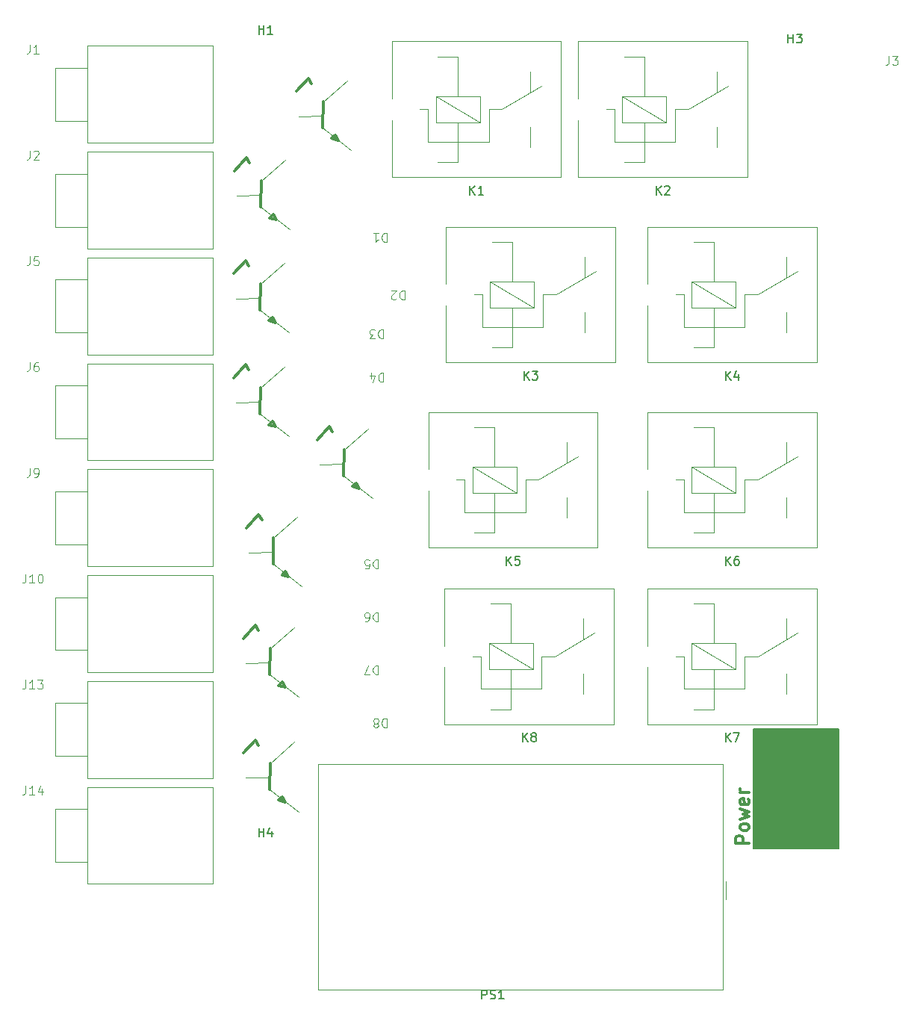
<source format=gbr>
%TF.GenerationSoftware,KiCad,Pcbnew,7.0.2-6a45011f42~172~ubuntu22.04.1*%
%TF.CreationDate,2023-05-18T11:35:50+02:00*%
%TF.ProjectId,midi_relais,6d696469-5f72-4656-9c61-69732e6b6963,rev?*%
%TF.SameCoordinates,Original*%
%TF.FileFunction,Legend,Top*%
%TF.FilePolarity,Positive*%
%FSLAX46Y46*%
G04 Gerber Fmt 4.6, Leading zero omitted, Abs format (unit mm)*
G04 Created by KiCad (PCBNEW 7.0.2-6a45011f42~172~ubuntu22.04.1) date 2023-05-18 11:35:50*
%MOMM*%
%LPD*%
G01*
G04 APERTURE LIST*
%ADD10C,0.300000*%
%ADD11C,0.200000*%
%ADD12C,0.100000*%
%ADD13C,0.150000*%
%ADD14C,0.120000*%
G04 APERTURE END LIST*
D10*
X99816428Y-124180965D02*
X98316428Y-124180965D01*
X98316428Y-124180965D02*
X98316428Y-123609536D01*
X98316428Y-123609536D02*
X98387857Y-123466679D01*
X98387857Y-123466679D02*
X98459285Y-123395250D01*
X98459285Y-123395250D02*
X98602142Y-123323822D01*
X98602142Y-123323822D02*
X98816428Y-123323822D01*
X98816428Y-123323822D02*
X98959285Y-123395250D01*
X98959285Y-123395250D02*
X99030714Y-123466679D01*
X99030714Y-123466679D02*
X99102142Y-123609536D01*
X99102142Y-123609536D02*
X99102142Y-124180965D01*
X99816428Y-122466679D02*
X99745000Y-122609536D01*
X99745000Y-122609536D02*
X99673571Y-122680965D01*
X99673571Y-122680965D02*
X99530714Y-122752393D01*
X99530714Y-122752393D02*
X99102142Y-122752393D01*
X99102142Y-122752393D02*
X98959285Y-122680965D01*
X98959285Y-122680965D02*
X98887857Y-122609536D01*
X98887857Y-122609536D02*
X98816428Y-122466679D01*
X98816428Y-122466679D02*
X98816428Y-122252393D01*
X98816428Y-122252393D02*
X98887857Y-122109536D01*
X98887857Y-122109536D02*
X98959285Y-122038108D01*
X98959285Y-122038108D02*
X99102142Y-121966679D01*
X99102142Y-121966679D02*
X99530714Y-121966679D01*
X99530714Y-121966679D02*
X99673571Y-122038108D01*
X99673571Y-122038108D02*
X99745000Y-122109536D01*
X99745000Y-122109536D02*
X99816428Y-122252393D01*
X99816428Y-122252393D02*
X99816428Y-122466679D01*
X98816428Y-121466679D02*
X99816428Y-121180965D01*
X99816428Y-121180965D02*
X99102142Y-120895250D01*
X99102142Y-120895250D02*
X99816428Y-120609536D01*
X99816428Y-120609536D02*
X98816428Y-120323822D01*
X99745000Y-119180964D02*
X99816428Y-119323821D01*
X99816428Y-119323821D02*
X99816428Y-119609536D01*
X99816428Y-119609536D02*
X99745000Y-119752393D01*
X99745000Y-119752393D02*
X99602142Y-119823821D01*
X99602142Y-119823821D02*
X99030714Y-119823821D01*
X99030714Y-119823821D02*
X98887857Y-119752393D01*
X98887857Y-119752393D02*
X98816428Y-119609536D01*
X98816428Y-119609536D02*
X98816428Y-119323821D01*
X98816428Y-119323821D02*
X98887857Y-119180964D01*
X98887857Y-119180964D02*
X99030714Y-119109536D01*
X99030714Y-119109536D02*
X99173571Y-119109536D01*
X99173571Y-119109536D02*
X99316428Y-119823821D01*
X99816428Y-118466679D02*
X98816428Y-118466679D01*
X99102142Y-118466679D02*
X98959285Y-118395250D01*
X98959285Y-118395250D02*
X98887857Y-118323822D01*
X98887857Y-118323822D02*
X98816428Y-118180964D01*
X98816428Y-118180964D02*
X98816428Y-118038107D01*
D11*
X100320142Y-111257459D02*
X110000000Y-111257459D01*
X110000000Y-124742541D01*
X100320142Y-124742541D01*
X100320142Y-111257459D01*
G36*
X100320142Y-111257459D02*
G01*
X110000000Y-111257459D01*
X110000000Y-124742541D01*
X100320142Y-124742541D01*
X100320142Y-111257459D01*
G37*
D12*
%TO.C,J13*%
X17800476Y-105682619D02*
X17800476Y-106396904D01*
X17800476Y-106396904D02*
X17752857Y-106539761D01*
X17752857Y-106539761D02*
X17657619Y-106635000D01*
X17657619Y-106635000D02*
X17514762Y-106682619D01*
X17514762Y-106682619D02*
X17419524Y-106682619D01*
X18800476Y-106682619D02*
X18229048Y-106682619D01*
X18514762Y-106682619D02*
X18514762Y-105682619D01*
X18514762Y-105682619D02*
X18419524Y-105825476D01*
X18419524Y-105825476D02*
X18324286Y-105920714D01*
X18324286Y-105920714D02*
X18229048Y-105968333D01*
X19133810Y-105682619D02*
X19752857Y-105682619D01*
X19752857Y-105682619D02*
X19419524Y-106063571D01*
X19419524Y-106063571D02*
X19562381Y-106063571D01*
X19562381Y-106063571D02*
X19657619Y-106111190D01*
X19657619Y-106111190D02*
X19705238Y-106158809D01*
X19705238Y-106158809D02*
X19752857Y-106254047D01*
X19752857Y-106254047D02*
X19752857Y-106492142D01*
X19752857Y-106492142D02*
X19705238Y-106587380D01*
X19705238Y-106587380D02*
X19657619Y-106635000D01*
X19657619Y-106635000D02*
X19562381Y-106682619D01*
X19562381Y-106682619D02*
X19276667Y-106682619D01*
X19276667Y-106682619D02*
X19181429Y-106635000D01*
X19181429Y-106635000D02*
X19133810Y-106587380D01*
%TO.C,D3*%
X58324717Y-65943568D02*
X58324717Y-66943568D01*
X58324717Y-66943568D02*
X58086622Y-66943568D01*
X58086622Y-66943568D02*
X57943765Y-66895949D01*
X57943765Y-66895949D02*
X57848527Y-66800711D01*
X57848527Y-66800711D02*
X57800908Y-66705473D01*
X57800908Y-66705473D02*
X57753289Y-66514997D01*
X57753289Y-66514997D02*
X57753289Y-66372140D01*
X57753289Y-66372140D02*
X57800908Y-66181664D01*
X57800908Y-66181664D02*
X57848527Y-66086426D01*
X57848527Y-66086426D02*
X57943765Y-65991188D01*
X57943765Y-65991188D02*
X58086622Y-65943568D01*
X58086622Y-65943568D02*
X58324717Y-65943568D01*
X57419955Y-66943568D02*
X56800908Y-66943568D01*
X56800908Y-66943568D02*
X57134241Y-66562616D01*
X57134241Y-66562616D02*
X56991384Y-66562616D01*
X56991384Y-66562616D02*
X56896146Y-66514997D01*
X56896146Y-66514997D02*
X56848527Y-66467378D01*
X56848527Y-66467378D02*
X56800908Y-66372140D01*
X56800908Y-66372140D02*
X56800908Y-66134045D01*
X56800908Y-66134045D02*
X56848527Y-66038807D01*
X56848527Y-66038807D02*
X56896146Y-65991188D01*
X56896146Y-65991188D02*
X56991384Y-65943568D01*
X56991384Y-65943568D02*
X57277098Y-65943568D01*
X57277098Y-65943568D02*
X57372336Y-65991188D01*
X57372336Y-65991188D02*
X57419955Y-66038807D01*
%TO.C,J10*%
X17800476Y-93682619D02*
X17800476Y-94396904D01*
X17800476Y-94396904D02*
X17752857Y-94539761D01*
X17752857Y-94539761D02*
X17657619Y-94635000D01*
X17657619Y-94635000D02*
X17514762Y-94682619D01*
X17514762Y-94682619D02*
X17419524Y-94682619D01*
X18800476Y-94682619D02*
X18229048Y-94682619D01*
X18514762Y-94682619D02*
X18514762Y-93682619D01*
X18514762Y-93682619D02*
X18419524Y-93825476D01*
X18419524Y-93825476D02*
X18324286Y-93920714D01*
X18324286Y-93920714D02*
X18229048Y-93968333D01*
X19419524Y-93682619D02*
X19514762Y-93682619D01*
X19514762Y-93682619D02*
X19610000Y-93730238D01*
X19610000Y-93730238D02*
X19657619Y-93777857D01*
X19657619Y-93777857D02*
X19705238Y-93873095D01*
X19705238Y-93873095D02*
X19752857Y-94063571D01*
X19752857Y-94063571D02*
X19752857Y-94301666D01*
X19752857Y-94301666D02*
X19705238Y-94492142D01*
X19705238Y-94492142D02*
X19657619Y-94587380D01*
X19657619Y-94587380D02*
X19610000Y-94635000D01*
X19610000Y-94635000D02*
X19514762Y-94682619D01*
X19514762Y-94682619D02*
X19419524Y-94682619D01*
X19419524Y-94682619D02*
X19324286Y-94635000D01*
X19324286Y-94635000D02*
X19276667Y-94587380D01*
X19276667Y-94587380D02*
X19229048Y-94492142D01*
X19229048Y-94492142D02*
X19181429Y-94301666D01*
X19181429Y-94301666D02*
X19181429Y-94063571D01*
X19181429Y-94063571D02*
X19229048Y-93873095D01*
X19229048Y-93873095D02*
X19276667Y-93777857D01*
X19276667Y-93777857D02*
X19324286Y-93730238D01*
X19324286Y-93730238D02*
X19419524Y-93682619D01*
%TO.C,J9*%
X18276666Y-81682619D02*
X18276666Y-82396904D01*
X18276666Y-82396904D02*
X18229047Y-82539761D01*
X18229047Y-82539761D02*
X18133809Y-82635000D01*
X18133809Y-82635000D02*
X17990952Y-82682619D01*
X17990952Y-82682619D02*
X17895714Y-82682619D01*
X18800476Y-82682619D02*
X18990952Y-82682619D01*
X18990952Y-82682619D02*
X19086190Y-82635000D01*
X19086190Y-82635000D02*
X19133809Y-82587380D01*
X19133809Y-82587380D02*
X19229047Y-82444523D01*
X19229047Y-82444523D02*
X19276666Y-82254047D01*
X19276666Y-82254047D02*
X19276666Y-81873095D01*
X19276666Y-81873095D02*
X19229047Y-81777857D01*
X19229047Y-81777857D02*
X19181428Y-81730238D01*
X19181428Y-81730238D02*
X19086190Y-81682619D01*
X19086190Y-81682619D02*
X18895714Y-81682619D01*
X18895714Y-81682619D02*
X18800476Y-81730238D01*
X18800476Y-81730238D02*
X18752857Y-81777857D01*
X18752857Y-81777857D02*
X18705238Y-81873095D01*
X18705238Y-81873095D02*
X18705238Y-82111190D01*
X18705238Y-82111190D02*
X18752857Y-82206428D01*
X18752857Y-82206428D02*
X18800476Y-82254047D01*
X18800476Y-82254047D02*
X18895714Y-82301666D01*
X18895714Y-82301666D02*
X19086190Y-82301666D01*
X19086190Y-82301666D02*
X19181428Y-82254047D01*
X19181428Y-82254047D02*
X19229047Y-82206428D01*
X19229047Y-82206428D02*
X19276666Y-82111190D01*
%TO.C,J3*%
X115666666Y-34962619D02*
X115666666Y-35676904D01*
X115666666Y-35676904D02*
X115619047Y-35819761D01*
X115619047Y-35819761D02*
X115523809Y-35915000D01*
X115523809Y-35915000D02*
X115380952Y-35962619D01*
X115380952Y-35962619D02*
X115285714Y-35962619D01*
X116047619Y-34962619D02*
X116666666Y-34962619D01*
X116666666Y-34962619D02*
X116333333Y-35343571D01*
X116333333Y-35343571D02*
X116476190Y-35343571D01*
X116476190Y-35343571D02*
X116571428Y-35391190D01*
X116571428Y-35391190D02*
X116619047Y-35438809D01*
X116619047Y-35438809D02*
X116666666Y-35534047D01*
X116666666Y-35534047D02*
X116666666Y-35772142D01*
X116666666Y-35772142D02*
X116619047Y-35867380D01*
X116619047Y-35867380D02*
X116571428Y-35915000D01*
X116571428Y-35915000D02*
X116476190Y-35962619D01*
X116476190Y-35962619D02*
X116190476Y-35962619D01*
X116190476Y-35962619D02*
X116095238Y-35915000D01*
X116095238Y-35915000D02*
X116047619Y-35867380D01*
%TO.C,J2*%
X18276666Y-45682619D02*
X18276666Y-46396904D01*
X18276666Y-46396904D02*
X18229047Y-46539761D01*
X18229047Y-46539761D02*
X18133809Y-46635000D01*
X18133809Y-46635000D02*
X17990952Y-46682619D01*
X17990952Y-46682619D02*
X17895714Y-46682619D01*
X18705238Y-45777857D02*
X18752857Y-45730238D01*
X18752857Y-45730238D02*
X18848095Y-45682619D01*
X18848095Y-45682619D02*
X19086190Y-45682619D01*
X19086190Y-45682619D02*
X19181428Y-45730238D01*
X19181428Y-45730238D02*
X19229047Y-45777857D01*
X19229047Y-45777857D02*
X19276666Y-45873095D01*
X19276666Y-45873095D02*
X19276666Y-45968333D01*
X19276666Y-45968333D02*
X19229047Y-46111190D01*
X19229047Y-46111190D02*
X18657619Y-46682619D01*
X18657619Y-46682619D02*
X19276666Y-46682619D01*
D13*
%TO.C,H4*%
X44238095Y-123462619D02*
X44238095Y-122462619D01*
X44238095Y-122938809D02*
X44809523Y-122938809D01*
X44809523Y-123462619D02*
X44809523Y-122462619D01*
X45714285Y-122795952D02*
X45714285Y-123462619D01*
X45476190Y-122415000D02*
X45238095Y-123129285D01*
X45238095Y-123129285D02*
X45857142Y-123129285D01*
D12*
%TO.C,D2*%
X60738094Y-61537380D02*
X60738094Y-62537380D01*
X60738094Y-62537380D02*
X60499999Y-62537380D01*
X60499999Y-62537380D02*
X60357142Y-62489761D01*
X60357142Y-62489761D02*
X60261904Y-62394523D01*
X60261904Y-62394523D02*
X60214285Y-62299285D01*
X60214285Y-62299285D02*
X60166666Y-62108809D01*
X60166666Y-62108809D02*
X60166666Y-61965952D01*
X60166666Y-61965952D02*
X60214285Y-61775476D01*
X60214285Y-61775476D02*
X60261904Y-61680238D01*
X60261904Y-61680238D02*
X60357142Y-61585000D01*
X60357142Y-61585000D02*
X60499999Y-61537380D01*
X60499999Y-61537380D02*
X60738094Y-61537380D01*
X59785713Y-62442142D02*
X59738094Y-62489761D01*
X59738094Y-62489761D02*
X59642856Y-62537380D01*
X59642856Y-62537380D02*
X59404761Y-62537380D01*
X59404761Y-62537380D02*
X59309523Y-62489761D01*
X59309523Y-62489761D02*
X59261904Y-62442142D01*
X59261904Y-62442142D02*
X59214285Y-62346904D01*
X59214285Y-62346904D02*
X59214285Y-62251666D01*
X59214285Y-62251666D02*
X59261904Y-62108809D01*
X59261904Y-62108809D02*
X59833332Y-61537380D01*
X59833332Y-61537380D02*
X59214285Y-61537380D01*
D13*
%TO.C,K6*%
X97161905Y-92662619D02*
X97161905Y-91662619D01*
X97733333Y-92662619D02*
X97304762Y-92091190D01*
X97733333Y-91662619D02*
X97161905Y-92234047D01*
X98590476Y-91662619D02*
X98400000Y-91662619D01*
X98400000Y-91662619D02*
X98304762Y-91710238D01*
X98304762Y-91710238D02*
X98257143Y-91757857D01*
X98257143Y-91757857D02*
X98161905Y-91900714D01*
X98161905Y-91900714D02*
X98114286Y-92091190D01*
X98114286Y-92091190D02*
X98114286Y-92472142D01*
X98114286Y-92472142D02*
X98161905Y-92567380D01*
X98161905Y-92567380D02*
X98209524Y-92615000D01*
X98209524Y-92615000D02*
X98304762Y-92662619D01*
X98304762Y-92662619D02*
X98495238Y-92662619D01*
X98495238Y-92662619D02*
X98590476Y-92615000D01*
X98590476Y-92615000D02*
X98638095Y-92567380D01*
X98638095Y-92567380D02*
X98685714Y-92472142D01*
X98685714Y-92472142D02*
X98685714Y-92234047D01*
X98685714Y-92234047D02*
X98638095Y-92138809D01*
X98638095Y-92138809D02*
X98590476Y-92091190D01*
X98590476Y-92091190D02*
X98495238Y-92043571D01*
X98495238Y-92043571D02*
X98304762Y-92043571D01*
X98304762Y-92043571D02*
X98209524Y-92091190D01*
X98209524Y-92091190D02*
X98161905Y-92138809D01*
X98161905Y-92138809D02*
X98114286Y-92234047D01*
D12*
%TO.C,D1*%
X58738094Y-55037380D02*
X58738094Y-56037380D01*
X58738094Y-56037380D02*
X58499999Y-56037380D01*
X58499999Y-56037380D02*
X58357142Y-55989761D01*
X58357142Y-55989761D02*
X58261904Y-55894523D01*
X58261904Y-55894523D02*
X58214285Y-55799285D01*
X58214285Y-55799285D02*
X58166666Y-55608809D01*
X58166666Y-55608809D02*
X58166666Y-55465952D01*
X58166666Y-55465952D02*
X58214285Y-55275476D01*
X58214285Y-55275476D02*
X58261904Y-55180238D01*
X58261904Y-55180238D02*
X58357142Y-55085000D01*
X58357142Y-55085000D02*
X58499999Y-55037380D01*
X58499999Y-55037380D02*
X58738094Y-55037380D01*
X57214285Y-55037380D02*
X57785713Y-55037380D01*
X57499999Y-55037380D02*
X57499999Y-56037380D01*
X57499999Y-56037380D02*
X57595237Y-55894523D01*
X57595237Y-55894523D02*
X57690475Y-55799285D01*
X57690475Y-55799285D02*
X57785713Y-55751666D01*
D13*
%TO.C,K8*%
X74161905Y-112662619D02*
X74161905Y-111662619D01*
X74733333Y-112662619D02*
X74304762Y-112091190D01*
X74733333Y-111662619D02*
X74161905Y-112234047D01*
X75304762Y-112091190D02*
X75209524Y-112043571D01*
X75209524Y-112043571D02*
X75161905Y-111995952D01*
X75161905Y-111995952D02*
X75114286Y-111900714D01*
X75114286Y-111900714D02*
X75114286Y-111853095D01*
X75114286Y-111853095D02*
X75161905Y-111757857D01*
X75161905Y-111757857D02*
X75209524Y-111710238D01*
X75209524Y-111710238D02*
X75304762Y-111662619D01*
X75304762Y-111662619D02*
X75495238Y-111662619D01*
X75495238Y-111662619D02*
X75590476Y-111710238D01*
X75590476Y-111710238D02*
X75638095Y-111757857D01*
X75638095Y-111757857D02*
X75685714Y-111853095D01*
X75685714Y-111853095D02*
X75685714Y-111900714D01*
X75685714Y-111900714D02*
X75638095Y-111995952D01*
X75638095Y-111995952D02*
X75590476Y-112043571D01*
X75590476Y-112043571D02*
X75495238Y-112091190D01*
X75495238Y-112091190D02*
X75304762Y-112091190D01*
X75304762Y-112091190D02*
X75209524Y-112138809D01*
X75209524Y-112138809D02*
X75161905Y-112186428D01*
X75161905Y-112186428D02*
X75114286Y-112281666D01*
X75114286Y-112281666D02*
X75114286Y-112472142D01*
X75114286Y-112472142D02*
X75161905Y-112567380D01*
X75161905Y-112567380D02*
X75209524Y-112615000D01*
X75209524Y-112615000D02*
X75304762Y-112662619D01*
X75304762Y-112662619D02*
X75495238Y-112662619D01*
X75495238Y-112662619D02*
X75590476Y-112615000D01*
X75590476Y-112615000D02*
X75638095Y-112567380D01*
X75638095Y-112567380D02*
X75685714Y-112472142D01*
X75685714Y-112472142D02*
X75685714Y-112281666D01*
X75685714Y-112281666D02*
X75638095Y-112186428D01*
X75638095Y-112186428D02*
X75590476Y-112138809D01*
X75590476Y-112138809D02*
X75495238Y-112091190D01*
%TO.C,K7*%
X97161905Y-112662619D02*
X97161905Y-111662619D01*
X97733333Y-112662619D02*
X97304762Y-112091190D01*
X97733333Y-111662619D02*
X97161905Y-112234047D01*
X98066667Y-111662619D02*
X98733333Y-111662619D01*
X98733333Y-111662619D02*
X98304762Y-112662619D01*
D12*
%TO.C,D8*%
X58738094Y-110037380D02*
X58738094Y-111037380D01*
X58738094Y-111037380D02*
X58499999Y-111037380D01*
X58499999Y-111037380D02*
X58357142Y-110989761D01*
X58357142Y-110989761D02*
X58261904Y-110894523D01*
X58261904Y-110894523D02*
X58214285Y-110799285D01*
X58214285Y-110799285D02*
X58166666Y-110608809D01*
X58166666Y-110608809D02*
X58166666Y-110465952D01*
X58166666Y-110465952D02*
X58214285Y-110275476D01*
X58214285Y-110275476D02*
X58261904Y-110180238D01*
X58261904Y-110180238D02*
X58357142Y-110085000D01*
X58357142Y-110085000D02*
X58499999Y-110037380D01*
X58499999Y-110037380D02*
X58738094Y-110037380D01*
X57595237Y-110608809D02*
X57690475Y-110656428D01*
X57690475Y-110656428D02*
X57738094Y-110704047D01*
X57738094Y-110704047D02*
X57785713Y-110799285D01*
X57785713Y-110799285D02*
X57785713Y-110846904D01*
X57785713Y-110846904D02*
X57738094Y-110942142D01*
X57738094Y-110942142D02*
X57690475Y-110989761D01*
X57690475Y-110989761D02*
X57595237Y-111037380D01*
X57595237Y-111037380D02*
X57404761Y-111037380D01*
X57404761Y-111037380D02*
X57309523Y-110989761D01*
X57309523Y-110989761D02*
X57261904Y-110942142D01*
X57261904Y-110942142D02*
X57214285Y-110846904D01*
X57214285Y-110846904D02*
X57214285Y-110799285D01*
X57214285Y-110799285D02*
X57261904Y-110704047D01*
X57261904Y-110704047D02*
X57309523Y-110656428D01*
X57309523Y-110656428D02*
X57404761Y-110608809D01*
X57404761Y-110608809D02*
X57595237Y-110608809D01*
X57595237Y-110608809D02*
X57690475Y-110561190D01*
X57690475Y-110561190D02*
X57738094Y-110513571D01*
X57738094Y-110513571D02*
X57785713Y-110418333D01*
X57785713Y-110418333D02*
X57785713Y-110227857D01*
X57785713Y-110227857D02*
X57738094Y-110132619D01*
X57738094Y-110132619D02*
X57690475Y-110085000D01*
X57690475Y-110085000D02*
X57595237Y-110037380D01*
X57595237Y-110037380D02*
X57404761Y-110037380D01*
X57404761Y-110037380D02*
X57309523Y-110085000D01*
X57309523Y-110085000D02*
X57261904Y-110132619D01*
X57261904Y-110132619D02*
X57214285Y-110227857D01*
X57214285Y-110227857D02*
X57214285Y-110418333D01*
X57214285Y-110418333D02*
X57261904Y-110513571D01*
X57261904Y-110513571D02*
X57309523Y-110561190D01*
X57309523Y-110561190D02*
X57404761Y-110608809D01*
D13*
%TO.C,K1*%
X68161905Y-50662619D02*
X68161905Y-49662619D01*
X68733333Y-50662619D02*
X68304762Y-50091190D01*
X68733333Y-49662619D02*
X68161905Y-50234047D01*
X69685714Y-50662619D02*
X69114286Y-50662619D01*
X69400000Y-50662619D02*
X69400000Y-49662619D01*
X69400000Y-49662619D02*
X69304762Y-49805476D01*
X69304762Y-49805476D02*
X69209524Y-49900714D01*
X69209524Y-49900714D02*
X69114286Y-49948333D01*
%TO.C,K5*%
X72311905Y-92662619D02*
X72311905Y-91662619D01*
X72883333Y-92662619D02*
X72454762Y-92091190D01*
X72883333Y-91662619D02*
X72311905Y-92234047D01*
X73788095Y-91662619D02*
X73311905Y-91662619D01*
X73311905Y-91662619D02*
X73264286Y-92138809D01*
X73264286Y-92138809D02*
X73311905Y-92091190D01*
X73311905Y-92091190D02*
X73407143Y-92043571D01*
X73407143Y-92043571D02*
X73645238Y-92043571D01*
X73645238Y-92043571D02*
X73740476Y-92091190D01*
X73740476Y-92091190D02*
X73788095Y-92138809D01*
X73788095Y-92138809D02*
X73835714Y-92234047D01*
X73835714Y-92234047D02*
X73835714Y-92472142D01*
X73835714Y-92472142D02*
X73788095Y-92567380D01*
X73788095Y-92567380D02*
X73740476Y-92615000D01*
X73740476Y-92615000D02*
X73645238Y-92662619D01*
X73645238Y-92662619D02*
X73407143Y-92662619D01*
X73407143Y-92662619D02*
X73311905Y-92615000D01*
X73311905Y-92615000D02*
X73264286Y-92567380D01*
%TO.C,K3*%
X74311905Y-71662619D02*
X74311905Y-70662619D01*
X74883333Y-71662619D02*
X74454762Y-71091190D01*
X74883333Y-70662619D02*
X74311905Y-71234047D01*
X75216667Y-70662619D02*
X75835714Y-70662619D01*
X75835714Y-70662619D02*
X75502381Y-71043571D01*
X75502381Y-71043571D02*
X75645238Y-71043571D01*
X75645238Y-71043571D02*
X75740476Y-71091190D01*
X75740476Y-71091190D02*
X75788095Y-71138809D01*
X75788095Y-71138809D02*
X75835714Y-71234047D01*
X75835714Y-71234047D02*
X75835714Y-71472142D01*
X75835714Y-71472142D02*
X75788095Y-71567380D01*
X75788095Y-71567380D02*
X75740476Y-71615000D01*
X75740476Y-71615000D02*
X75645238Y-71662619D01*
X75645238Y-71662619D02*
X75359524Y-71662619D01*
X75359524Y-71662619D02*
X75264286Y-71615000D01*
X75264286Y-71615000D02*
X75216667Y-71567380D01*
D12*
%TO.C,J5*%
X18276666Y-57682619D02*
X18276666Y-58396904D01*
X18276666Y-58396904D02*
X18229047Y-58539761D01*
X18229047Y-58539761D02*
X18133809Y-58635000D01*
X18133809Y-58635000D02*
X17990952Y-58682619D01*
X17990952Y-58682619D02*
X17895714Y-58682619D01*
X19229047Y-57682619D02*
X18752857Y-57682619D01*
X18752857Y-57682619D02*
X18705238Y-58158809D01*
X18705238Y-58158809D02*
X18752857Y-58111190D01*
X18752857Y-58111190D02*
X18848095Y-58063571D01*
X18848095Y-58063571D02*
X19086190Y-58063571D01*
X19086190Y-58063571D02*
X19181428Y-58111190D01*
X19181428Y-58111190D02*
X19229047Y-58158809D01*
X19229047Y-58158809D02*
X19276666Y-58254047D01*
X19276666Y-58254047D02*
X19276666Y-58492142D01*
X19276666Y-58492142D02*
X19229047Y-58587380D01*
X19229047Y-58587380D02*
X19181428Y-58635000D01*
X19181428Y-58635000D02*
X19086190Y-58682619D01*
X19086190Y-58682619D02*
X18848095Y-58682619D01*
X18848095Y-58682619D02*
X18752857Y-58635000D01*
X18752857Y-58635000D02*
X18705238Y-58587380D01*
%TO.C,J6*%
X18276666Y-69682619D02*
X18276666Y-70396904D01*
X18276666Y-70396904D02*
X18229047Y-70539761D01*
X18229047Y-70539761D02*
X18133809Y-70635000D01*
X18133809Y-70635000D02*
X17990952Y-70682619D01*
X17990952Y-70682619D02*
X17895714Y-70682619D01*
X19181428Y-69682619D02*
X18990952Y-69682619D01*
X18990952Y-69682619D02*
X18895714Y-69730238D01*
X18895714Y-69730238D02*
X18848095Y-69777857D01*
X18848095Y-69777857D02*
X18752857Y-69920714D01*
X18752857Y-69920714D02*
X18705238Y-70111190D01*
X18705238Y-70111190D02*
X18705238Y-70492142D01*
X18705238Y-70492142D02*
X18752857Y-70587380D01*
X18752857Y-70587380D02*
X18800476Y-70635000D01*
X18800476Y-70635000D02*
X18895714Y-70682619D01*
X18895714Y-70682619D02*
X19086190Y-70682619D01*
X19086190Y-70682619D02*
X19181428Y-70635000D01*
X19181428Y-70635000D02*
X19229047Y-70587380D01*
X19229047Y-70587380D02*
X19276666Y-70492142D01*
X19276666Y-70492142D02*
X19276666Y-70254047D01*
X19276666Y-70254047D02*
X19229047Y-70158809D01*
X19229047Y-70158809D02*
X19181428Y-70111190D01*
X19181428Y-70111190D02*
X19086190Y-70063571D01*
X19086190Y-70063571D02*
X18895714Y-70063571D01*
X18895714Y-70063571D02*
X18800476Y-70111190D01*
X18800476Y-70111190D02*
X18752857Y-70158809D01*
X18752857Y-70158809D02*
X18705238Y-70254047D01*
D13*
%TO.C,H1*%
X44238095Y-32462619D02*
X44238095Y-31462619D01*
X44238095Y-31938809D02*
X44809523Y-31938809D01*
X44809523Y-32462619D02*
X44809523Y-31462619D01*
X45809523Y-32462619D02*
X45238095Y-32462619D01*
X45523809Y-32462619D02*
X45523809Y-31462619D01*
X45523809Y-31462619D02*
X45428571Y-31605476D01*
X45428571Y-31605476D02*
X45333333Y-31700714D01*
X45333333Y-31700714D02*
X45238095Y-31748333D01*
D12*
%TO.C,D7*%
X57738094Y-104037380D02*
X57738094Y-105037380D01*
X57738094Y-105037380D02*
X57499999Y-105037380D01*
X57499999Y-105037380D02*
X57357142Y-104989761D01*
X57357142Y-104989761D02*
X57261904Y-104894523D01*
X57261904Y-104894523D02*
X57214285Y-104799285D01*
X57214285Y-104799285D02*
X57166666Y-104608809D01*
X57166666Y-104608809D02*
X57166666Y-104465952D01*
X57166666Y-104465952D02*
X57214285Y-104275476D01*
X57214285Y-104275476D02*
X57261904Y-104180238D01*
X57261904Y-104180238D02*
X57357142Y-104085000D01*
X57357142Y-104085000D02*
X57499999Y-104037380D01*
X57499999Y-104037380D02*
X57738094Y-104037380D01*
X56833332Y-105037380D02*
X56166666Y-105037380D01*
X56166666Y-105037380D02*
X56595237Y-104037380D01*
%TO.C,D5*%
X57738094Y-92037380D02*
X57738094Y-93037380D01*
X57738094Y-93037380D02*
X57499999Y-93037380D01*
X57499999Y-93037380D02*
X57357142Y-92989761D01*
X57357142Y-92989761D02*
X57261904Y-92894523D01*
X57261904Y-92894523D02*
X57214285Y-92799285D01*
X57214285Y-92799285D02*
X57166666Y-92608809D01*
X57166666Y-92608809D02*
X57166666Y-92465952D01*
X57166666Y-92465952D02*
X57214285Y-92275476D01*
X57214285Y-92275476D02*
X57261904Y-92180238D01*
X57261904Y-92180238D02*
X57357142Y-92085000D01*
X57357142Y-92085000D02*
X57499999Y-92037380D01*
X57499999Y-92037380D02*
X57738094Y-92037380D01*
X56261904Y-93037380D02*
X56738094Y-93037380D01*
X56738094Y-93037380D02*
X56785713Y-92561190D01*
X56785713Y-92561190D02*
X56738094Y-92608809D01*
X56738094Y-92608809D02*
X56642856Y-92656428D01*
X56642856Y-92656428D02*
X56404761Y-92656428D01*
X56404761Y-92656428D02*
X56309523Y-92608809D01*
X56309523Y-92608809D02*
X56261904Y-92561190D01*
X56261904Y-92561190D02*
X56214285Y-92465952D01*
X56214285Y-92465952D02*
X56214285Y-92227857D01*
X56214285Y-92227857D02*
X56261904Y-92132619D01*
X56261904Y-92132619D02*
X56309523Y-92085000D01*
X56309523Y-92085000D02*
X56404761Y-92037380D01*
X56404761Y-92037380D02*
X56642856Y-92037380D01*
X56642856Y-92037380D02*
X56738094Y-92085000D01*
X56738094Y-92085000D02*
X56785713Y-92132619D01*
D13*
%TO.C,K2*%
X89311905Y-50662619D02*
X89311905Y-49662619D01*
X89883333Y-50662619D02*
X89454762Y-50091190D01*
X89883333Y-49662619D02*
X89311905Y-50234047D01*
X90264286Y-49757857D02*
X90311905Y-49710238D01*
X90311905Y-49710238D02*
X90407143Y-49662619D01*
X90407143Y-49662619D02*
X90645238Y-49662619D01*
X90645238Y-49662619D02*
X90740476Y-49710238D01*
X90740476Y-49710238D02*
X90788095Y-49757857D01*
X90788095Y-49757857D02*
X90835714Y-49853095D01*
X90835714Y-49853095D02*
X90835714Y-49948333D01*
X90835714Y-49948333D02*
X90788095Y-50091190D01*
X90788095Y-50091190D02*
X90216667Y-50662619D01*
X90216667Y-50662619D02*
X90835714Y-50662619D01*
D12*
%TO.C,J1*%
X18276666Y-33682619D02*
X18276666Y-34396904D01*
X18276666Y-34396904D02*
X18229047Y-34539761D01*
X18229047Y-34539761D02*
X18133809Y-34635000D01*
X18133809Y-34635000D02*
X17990952Y-34682619D01*
X17990952Y-34682619D02*
X17895714Y-34682619D01*
X19276666Y-34682619D02*
X18705238Y-34682619D01*
X18990952Y-34682619D02*
X18990952Y-33682619D01*
X18990952Y-33682619D02*
X18895714Y-33825476D01*
X18895714Y-33825476D02*
X18800476Y-33920714D01*
X18800476Y-33920714D02*
X18705238Y-33968333D01*
%TO.C,D4*%
X58353596Y-70886093D02*
X58353596Y-71886093D01*
X58353596Y-71886093D02*
X58115501Y-71886093D01*
X58115501Y-71886093D02*
X57972644Y-71838474D01*
X57972644Y-71838474D02*
X57877406Y-71743236D01*
X57877406Y-71743236D02*
X57829787Y-71647998D01*
X57829787Y-71647998D02*
X57782168Y-71457522D01*
X57782168Y-71457522D02*
X57782168Y-71314665D01*
X57782168Y-71314665D02*
X57829787Y-71124189D01*
X57829787Y-71124189D02*
X57877406Y-71028951D01*
X57877406Y-71028951D02*
X57972644Y-70933713D01*
X57972644Y-70933713D02*
X58115501Y-70886093D01*
X58115501Y-70886093D02*
X58353596Y-70886093D01*
X56925025Y-71552760D02*
X56925025Y-70886093D01*
X57163120Y-71933713D02*
X57401215Y-71219427D01*
X57401215Y-71219427D02*
X56782168Y-71219427D01*
%TO.C,J17*%
X107437380Y-117425476D02*
X106723095Y-117425476D01*
X106723095Y-117425476D02*
X106580238Y-117377857D01*
X106580238Y-117377857D02*
X106485000Y-117282619D01*
X106485000Y-117282619D02*
X106437380Y-117139762D01*
X106437380Y-117139762D02*
X106437380Y-117044524D01*
X106437380Y-118425476D02*
X106437380Y-117854048D01*
X106437380Y-118139762D02*
X107437380Y-118139762D01*
X107437380Y-118139762D02*
X107294523Y-118044524D01*
X107294523Y-118044524D02*
X107199285Y-117949286D01*
X107199285Y-117949286D02*
X107151666Y-117854048D01*
X107437380Y-118758810D02*
X107437380Y-119425476D01*
X107437380Y-119425476D02*
X106437380Y-118996905D01*
%TO.C,D6*%
X57738094Y-98037380D02*
X57738094Y-99037380D01*
X57738094Y-99037380D02*
X57499999Y-99037380D01*
X57499999Y-99037380D02*
X57357142Y-98989761D01*
X57357142Y-98989761D02*
X57261904Y-98894523D01*
X57261904Y-98894523D02*
X57214285Y-98799285D01*
X57214285Y-98799285D02*
X57166666Y-98608809D01*
X57166666Y-98608809D02*
X57166666Y-98465952D01*
X57166666Y-98465952D02*
X57214285Y-98275476D01*
X57214285Y-98275476D02*
X57261904Y-98180238D01*
X57261904Y-98180238D02*
X57357142Y-98085000D01*
X57357142Y-98085000D02*
X57499999Y-98037380D01*
X57499999Y-98037380D02*
X57738094Y-98037380D01*
X56309523Y-99037380D02*
X56499999Y-99037380D01*
X56499999Y-99037380D02*
X56595237Y-98989761D01*
X56595237Y-98989761D02*
X56642856Y-98942142D01*
X56642856Y-98942142D02*
X56738094Y-98799285D01*
X56738094Y-98799285D02*
X56785713Y-98608809D01*
X56785713Y-98608809D02*
X56785713Y-98227857D01*
X56785713Y-98227857D02*
X56738094Y-98132619D01*
X56738094Y-98132619D02*
X56690475Y-98085000D01*
X56690475Y-98085000D02*
X56595237Y-98037380D01*
X56595237Y-98037380D02*
X56404761Y-98037380D01*
X56404761Y-98037380D02*
X56309523Y-98085000D01*
X56309523Y-98085000D02*
X56261904Y-98132619D01*
X56261904Y-98132619D02*
X56214285Y-98227857D01*
X56214285Y-98227857D02*
X56214285Y-98465952D01*
X56214285Y-98465952D02*
X56261904Y-98561190D01*
X56261904Y-98561190D02*
X56309523Y-98608809D01*
X56309523Y-98608809D02*
X56404761Y-98656428D01*
X56404761Y-98656428D02*
X56595237Y-98656428D01*
X56595237Y-98656428D02*
X56690475Y-98608809D01*
X56690475Y-98608809D02*
X56738094Y-98561190D01*
X56738094Y-98561190D02*
X56785713Y-98465952D01*
%TO.C,J14*%
X17800476Y-117682619D02*
X17800476Y-118396904D01*
X17800476Y-118396904D02*
X17752857Y-118539761D01*
X17752857Y-118539761D02*
X17657619Y-118635000D01*
X17657619Y-118635000D02*
X17514762Y-118682619D01*
X17514762Y-118682619D02*
X17419524Y-118682619D01*
X18800476Y-118682619D02*
X18229048Y-118682619D01*
X18514762Y-118682619D02*
X18514762Y-117682619D01*
X18514762Y-117682619D02*
X18419524Y-117825476D01*
X18419524Y-117825476D02*
X18324286Y-117920714D01*
X18324286Y-117920714D02*
X18229048Y-117968333D01*
X19657619Y-118015952D02*
X19657619Y-118682619D01*
X19419524Y-117635000D02*
X19181429Y-118349285D01*
X19181429Y-118349285D02*
X19800476Y-118349285D01*
D13*
%TO.C,H2*%
X104238095Y-123462619D02*
X104238095Y-122462619D01*
X104238095Y-122938809D02*
X104809523Y-122938809D01*
X104809523Y-123462619D02*
X104809523Y-122462619D01*
X105238095Y-122557857D02*
X105285714Y-122510238D01*
X105285714Y-122510238D02*
X105380952Y-122462619D01*
X105380952Y-122462619D02*
X105619047Y-122462619D01*
X105619047Y-122462619D02*
X105714285Y-122510238D01*
X105714285Y-122510238D02*
X105761904Y-122557857D01*
X105761904Y-122557857D02*
X105809523Y-122653095D01*
X105809523Y-122653095D02*
X105809523Y-122748333D01*
X105809523Y-122748333D02*
X105761904Y-122891190D01*
X105761904Y-122891190D02*
X105190476Y-123462619D01*
X105190476Y-123462619D02*
X105809523Y-123462619D01*
%TO.C,K4*%
X97161905Y-71662619D02*
X97161905Y-70662619D01*
X97733333Y-71662619D02*
X97304762Y-71091190D01*
X97733333Y-70662619D02*
X97161905Y-71234047D01*
X98590476Y-70995952D02*
X98590476Y-71662619D01*
X98352381Y-70615000D02*
X98114286Y-71329285D01*
X98114286Y-71329285D02*
X98733333Y-71329285D01*
%TO.C,H3*%
X104238095Y-33462619D02*
X104238095Y-32462619D01*
X104238095Y-32938809D02*
X104809523Y-32938809D01*
X104809523Y-33462619D02*
X104809523Y-32462619D01*
X105190476Y-32462619D02*
X105809523Y-32462619D01*
X105809523Y-32462619D02*
X105476190Y-32843571D01*
X105476190Y-32843571D02*
X105619047Y-32843571D01*
X105619047Y-32843571D02*
X105714285Y-32891190D01*
X105714285Y-32891190D02*
X105761904Y-32938809D01*
X105761904Y-32938809D02*
X105809523Y-33034047D01*
X105809523Y-33034047D02*
X105809523Y-33272142D01*
X105809523Y-33272142D02*
X105761904Y-33367380D01*
X105761904Y-33367380D02*
X105714285Y-33415000D01*
X105714285Y-33415000D02*
X105619047Y-33462619D01*
X105619047Y-33462619D02*
X105333333Y-33462619D01*
X105333333Y-33462619D02*
X105238095Y-33415000D01*
X105238095Y-33415000D02*
X105190476Y-33367380D01*
%TO.C,PS1*%
X69523214Y-141842619D02*
X69523214Y-140842619D01*
X69523214Y-140842619D02*
X69904166Y-140842619D01*
X69904166Y-140842619D02*
X69999404Y-140890238D01*
X69999404Y-140890238D02*
X70047023Y-140937857D01*
X70047023Y-140937857D02*
X70094642Y-141033095D01*
X70094642Y-141033095D02*
X70094642Y-141175952D01*
X70094642Y-141175952D02*
X70047023Y-141271190D01*
X70047023Y-141271190D02*
X69999404Y-141318809D01*
X69999404Y-141318809D02*
X69904166Y-141366428D01*
X69904166Y-141366428D02*
X69523214Y-141366428D01*
X70475595Y-141795000D02*
X70618452Y-141842619D01*
X70618452Y-141842619D02*
X70856547Y-141842619D01*
X70856547Y-141842619D02*
X70951785Y-141795000D01*
X70951785Y-141795000D02*
X70999404Y-141747380D01*
X70999404Y-141747380D02*
X71047023Y-141652142D01*
X71047023Y-141652142D02*
X71047023Y-141556904D01*
X71047023Y-141556904D02*
X70999404Y-141461666D01*
X70999404Y-141461666D02*
X70951785Y-141414047D01*
X70951785Y-141414047D02*
X70856547Y-141366428D01*
X70856547Y-141366428D02*
X70666071Y-141318809D01*
X70666071Y-141318809D02*
X70570833Y-141271190D01*
X70570833Y-141271190D02*
X70523214Y-141223571D01*
X70523214Y-141223571D02*
X70475595Y-141128333D01*
X70475595Y-141128333D02*
X70475595Y-141033095D01*
X70475595Y-141033095D02*
X70523214Y-140937857D01*
X70523214Y-140937857D02*
X70570833Y-140890238D01*
X70570833Y-140890238D02*
X70666071Y-140842619D01*
X70666071Y-140842619D02*
X70904166Y-140842619D01*
X70904166Y-140842619D02*
X71047023Y-140890238D01*
X71999404Y-141842619D02*
X71427976Y-141842619D01*
X71713690Y-141842619D02*
X71713690Y-140842619D01*
X71713690Y-140842619D02*
X71618452Y-140985476D01*
X71618452Y-140985476D02*
X71523214Y-141080714D01*
X71523214Y-141080714D02*
X71427976Y-141128333D01*
D12*
%TO.C,J13*%
X21150000Y-108300000D02*
X24750000Y-108300000D01*
X24750000Y-108300000D02*
X24750000Y-114300000D01*
X24750000Y-114300000D02*
X21150000Y-114300000D01*
X21150000Y-114300000D02*
X21150000Y-108300000D01*
X24750000Y-105800000D02*
X39050000Y-105800000D01*
X39050000Y-105800000D02*
X39050000Y-116800000D01*
X39050000Y-116800000D02*
X24750000Y-116800000D01*
X24750000Y-116800000D02*
X24750000Y-105800000D01*
%TO.C,Q6*%
X49100000Y-95080000D02*
X45850000Y-92530000D01*
X48620000Y-87170000D02*
X45890000Y-89560000D01*
D10*
X47600000Y-93960000D02*
X46850000Y-93760000D01*
X47260000Y-93380000D02*
X47600000Y-93960000D01*
X46850000Y-93760000D02*
X47260000Y-93380000D01*
X45850000Y-92530000D02*
X45890000Y-89560000D01*
X44570000Y-87520000D02*
X44210000Y-86960000D01*
X44210000Y-86960000D02*
X42850000Y-88430000D01*
D12*
X43100000Y-91230000D02*
X45810000Y-91180000D01*
%TO.C,J10*%
X21150000Y-96300000D02*
X24750000Y-96300000D01*
X24750000Y-96300000D02*
X24750000Y-102300000D01*
X24750000Y-102300000D02*
X21150000Y-102300000D01*
X21150000Y-102300000D02*
X21150000Y-96300000D01*
X24750000Y-93800000D02*
X39050000Y-93800000D01*
X39050000Y-93800000D02*
X39050000Y-104800000D01*
X39050000Y-104800000D02*
X24750000Y-104800000D01*
X24750000Y-104800000D02*
X24750000Y-93800000D01*
%TO.C,J9*%
X21150000Y-84300000D02*
X24750000Y-84300000D01*
X24750000Y-84300000D02*
X24750000Y-90300000D01*
X24750000Y-90300000D02*
X21150000Y-90300000D01*
X21150000Y-90300000D02*
X21150000Y-84300000D01*
X24750000Y-81800000D02*
X39050000Y-81800000D01*
X39050000Y-81800000D02*
X39050000Y-92800000D01*
X39050000Y-92800000D02*
X24750000Y-92800000D01*
X24750000Y-92800000D02*
X24750000Y-81800000D01*
%TO.C,Q2*%
X47720000Y-54620000D02*
X44470000Y-52070000D01*
X47240000Y-46710000D02*
X44510000Y-49100000D01*
D10*
X46220000Y-53500000D02*
X45470000Y-53300000D01*
X45880000Y-52920000D02*
X46220000Y-53500000D01*
X45470000Y-53300000D02*
X45880000Y-52920000D01*
X44470000Y-52070000D02*
X44510000Y-49100000D01*
X43190000Y-47060000D02*
X42830000Y-46500000D01*
X42830000Y-46500000D02*
X41470000Y-47970000D01*
D12*
X41720000Y-50770000D02*
X44430000Y-50720000D01*
%TO.C,J2*%
X21150000Y-48300000D02*
X24750000Y-48300000D01*
X24750000Y-48300000D02*
X24750000Y-54300000D01*
X24750000Y-54300000D02*
X21150000Y-54300000D01*
X21150000Y-54300000D02*
X21150000Y-48300000D01*
X24750000Y-45800000D02*
X39050000Y-45800000D01*
X39050000Y-45800000D02*
X39050000Y-56800000D01*
X39050000Y-56800000D02*
X24750000Y-56800000D01*
X24750000Y-56800000D02*
X24750000Y-45800000D01*
D14*
%TO.C,K6*%
X88300000Y-75300000D02*
X88300000Y-81800000D01*
X88300000Y-75300000D02*
X107500000Y-75300000D01*
X88300000Y-84200000D02*
X88300000Y-90700000D01*
X92400000Y-83000000D02*
X91500000Y-83000000D01*
X92400000Y-83000000D02*
X92400000Y-86700000D01*
X93300000Y-81500000D02*
X98300000Y-81500000D01*
X93300000Y-84500000D02*
X93300000Y-81500000D01*
X93500000Y-89000000D02*
X95800000Y-89000000D01*
X95800000Y-77000000D02*
X93500000Y-77000000D01*
X95800000Y-77000000D02*
X95800000Y-81500000D01*
X95800000Y-84500000D02*
X95800000Y-89000000D01*
X98300000Y-81500000D02*
X98300000Y-84500000D01*
X98300000Y-84500000D02*
X93300000Y-81500000D01*
X98300000Y-84500000D02*
X93300000Y-84500000D01*
X99300000Y-83000000D02*
X99300000Y-86700000D01*
X99300000Y-83000000D02*
X100800000Y-83000000D01*
X99300000Y-86700000D02*
X92400000Y-86700000D01*
X100800000Y-83000000D02*
X105300000Y-80300000D01*
X104000000Y-78700000D02*
X104000000Y-81000000D01*
X104000000Y-87300000D02*
X104000000Y-85000000D01*
X107500000Y-75300000D02*
X107500000Y-90700000D01*
X107500000Y-90700000D02*
X88300000Y-90700000D01*
%TO.C,K8*%
X65300000Y-95300000D02*
X65300000Y-101800000D01*
X65300000Y-95300000D02*
X84500000Y-95300000D01*
X65300000Y-104200000D02*
X65300000Y-110700000D01*
X69400000Y-103000000D02*
X68500000Y-103000000D01*
X69400000Y-103000000D02*
X69400000Y-106700000D01*
X70300000Y-101500000D02*
X75300000Y-101500000D01*
X70300000Y-104500000D02*
X70300000Y-101500000D01*
X70500000Y-109000000D02*
X72800000Y-109000000D01*
X72800000Y-97000000D02*
X70500000Y-97000000D01*
X72800000Y-97000000D02*
X72800000Y-101500000D01*
X72800000Y-104500000D02*
X72800000Y-109000000D01*
X75300000Y-101500000D02*
X75300000Y-104500000D01*
X75300000Y-104500000D02*
X70300000Y-101500000D01*
X75300000Y-104500000D02*
X70300000Y-104500000D01*
X76300000Y-103000000D02*
X76300000Y-106700000D01*
X76300000Y-103000000D02*
X77800000Y-103000000D01*
X76300000Y-106700000D02*
X69400000Y-106700000D01*
X77800000Y-103000000D02*
X82300000Y-100300000D01*
X81000000Y-98700000D02*
X81000000Y-101000000D01*
X81000000Y-107300000D02*
X81000000Y-105000000D01*
X84500000Y-95300000D02*
X84500000Y-110700000D01*
X84500000Y-110700000D02*
X65300000Y-110700000D01*
%TO.C,K7*%
X88300000Y-95300000D02*
X88300000Y-101800000D01*
X88300000Y-95300000D02*
X107500000Y-95300000D01*
X88300000Y-104200000D02*
X88300000Y-110700000D01*
X92400000Y-103000000D02*
X91500000Y-103000000D01*
X92400000Y-103000000D02*
X92400000Y-106700000D01*
X93300000Y-101500000D02*
X98300000Y-101500000D01*
X93300000Y-104500000D02*
X93300000Y-101500000D01*
X93500000Y-109000000D02*
X95800000Y-109000000D01*
X95800000Y-97000000D02*
X93500000Y-97000000D01*
X95800000Y-97000000D02*
X95800000Y-101500000D01*
X95800000Y-104500000D02*
X95800000Y-109000000D01*
X98300000Y-101500000D02*
X98300000Y-104500000D01*
X98300000Y-104500000D02*
X93300000Y-101500000D01*
X98300000Y-104500000D02*
X93300000Y-104500000D01*
X99300000Y-103000000D02*
X99300000Y-106700000D01*
X99300000Y-103000000D02*
X100800000Y-103000000D01*
X99300000Y-106700000D02*
X92400000Y-106700000D01*
X100800000Y-103000000D02*
X105300000Y-100300000D01*
X104000000Y-98700000D02*
X104000000Y-101000000D01*
X104000000Y-107300000D02*
X104000000Y-105000000D01*
X107500000Y-95300000D02*
X107500000Y-110700000D01*
X107500000Y-110700000D02*
X88300000Y-110700000D01*
D12*
%TO.C,Q7*%
X48720000Y-107620000D02*
X45470000Y-105070000D01*
X48240000Y-99710000D02*
X45510000Y-102100000D01*
D10*
X47220000Y-106500000D02*
X46470000Y-106300000D01*
X46880000Y-105920000D02*
X47220000Y-106500000D01*
X46470000Y-106300000D02*
X46880000Y-105920000D01*
X45470000Y-105070000D02*
X45510000Y-102100000D01*
X44190000Y-100060000D02*
X43830000Y-99500000D01*
X43830000Y-99500000D02*
X42470000Y-100970000D01*
D12*
X42720000Y-103770000D02*
X45430000Y-103720000D01*
D14*
%TO.C,K1*%
X59300000Y-33300000D02*
X59300000Y-39800000D01*
X59300000Y-33300000D02*
X78500000Y-33300000D01*
X59300000Y-42200000D02*
X59300000Y-48700000D01*
X63400000Y-41000000D02*
X62500000Y-41000000D01*
X63400000Y-41000000D02*
X63400000Y-44700000D01*
X64300000Y-39500000D02*
X69300000Y-39500000D01*
X64300000Y-42500000D02*
X64300000Y-39500000D01*
X64500000Y-47000000D02*
X66800000Y-47000000D01*
X66800000Y-35000000D02*
X64500000Y-35000000D01*
X66800000Y-35000000D02*
X66800000Y-39500000D01*
X66800000Y-42500000D02*
X66800000Y-47000000D01*
X69300000Y-39500000D02*
X69300000Y-42500000D01*
X69300000Y-42500000D02*
X64300000Y-39500000D01*
X69300000Y-42500000D02*
X64300000Y-42500000D01*
X70300000Y-41000000D02*
X70300000Y-44700000D01*
X70300000Y-41000000D02*
X71800000Y-41000000D01*
X70300000Y-44700000D02*
X63400000Y-44700000D01*
X71800000Y-41000000D02*
X76300000Y-38300000D01*
X75000000Y-36700000D02*
X75000000Y-39000000D01*
X75000000Y-45300000D02*
X75000000Y-43000000D01*
X78500000Y-33300000D02*
X78500000Y-48700000D01*
X78500000Y-48700000D02*
X59300000Y-48700000D01*
D12*
%TO.C,Q3*%
X47630000Y-66280000D02*
X44380000Y-63730000D01*
X47150000Y-58370000D02*
X44420000Y-60760000D01*
D10*
X46130000Y-65160000D02*
X45380000Y-64960000D01*
X45790000Y-64580000D02*
X46130000Y-65160000D01*
X45380000Y-64960000D02*
X45790000Y-64580000D01*
X44380000Y-63730000D02*
X44420000Y-60760000D01*
X43100000Y-58720000D02*
X42740000Y-58160000D01*
X42740000Y-58160000D02*
X41380000Y-59630000D01*
D12*
X41630000Y-62430000D02*
X44340000Y-62380000D01*
D14*
%TO.C,K5*%
X63450000Y-75300000D02*
X63450000Y-81800000D01*
X63450000Y-75300000D02*
X82650000Y-75300000D01*
X63450000Y-84200000D02*
X63450000Y-90700000D01*
X67550000Y-83000000D02*
X66650000Y-83000000D01*
X67550000Y-83000000D02*
X67550000Y-86700000D01*
X68450000Y-81500000D02*
X73450000Y-81500000D01*
X68450000Y-84500000D02*
X68450000Y-81500000D01*
X68650000Y-89000000D02*
X70950000Y-89000000D01*
X70950000Y-77000000D02*
X68650000Y-77000000D01*
X70950000Y-77000000D02*
X70950000Y-81500000D01*
X70950000Y-84500000D02*
X70950000Y-89000000D01*
X73450000Y-81500000D02*
X73450000Y-84500000D01*
X73450000Y-84500000D02*
X68450000Y-81500000D01*
X73450000Y-84500000D02*
X68450000Y-84500000D01*
X74450000Y-83000000D02*
X74450000Y-86700000D01*
X74450000Y-83000000D02*
X75950000Y-83000000D01*
X74450000Y-86700000D02*
X67550000Y-86700000D01*
X75950000Y-83000000D02*
X80450000Y-80300000D01*
X79150000Y-78700000D02*
X79150000Y-81000000D01*
X79150000Y-87300000D02*
X79150000Y-85000000D01*
X82650000Y-75300000D02*
X82650000Y-90700000D01*
X82650000Y-90700000D02*
X63450000Y-90700000D01*
%TO.C,K3*%
X65450000Y-54300000D02*
X65450000Y-60800000D01*
X65450000Y-54300000D02*
X84650000Y-54300000D01*
X65450000Y-63200000D02*
X65450000Y-69700000D01*
X69550000Y-62000000D02*
X68650000Y-62000000D01*
X69550000Y-62000000D02*
X69550000Y-65700000D01*
X70450000Y-60500000D02*
X75450000Y-60500000D01*
X70450000Y-63500000D02*
X70450000Y-60500000D01*
X70650000Y-68000000D02*
X72950000Y-68000000D01*
X72950000Y-56000000D02*
X70650000Y-56000000D01*
X72950000Y-56000000D02*
X72950000Y-60500000D01*
X72950000Y-63500000D02*
X72950000Y-68000000D01*
X75450000Y-60500000D02*
X75450000Y-63500000D01*
X75450000Y-63500000D02*
X70450000Y-60500000D01*
X75450000Y-63500000D02*
X70450000Y-63500000D01*
X76450000Y-62000000D02*
X76450000Y-65700000D01*
X76450000Y-62000000D02*
X77950000Y-62000000D01*
X76450000Y-65700000D02*
X69550000Y-65700000D01*
X77950000Y-62000000D02*
X82450000Y-59300000D01*
X81150000Y-57700000D02*
X81150000Y-60000000D01*
X81150000Y-66300000D02*
X81150000Y-64000000D01*
X84650000Y-54300000D02*
X84650000Y-69700000D01*
X84650000Y-69700000D02*
X65450000Y-69700000D01*
D12*
%TO.C,J5*%
X21150000Y-60300000D02*
X24750000Y-60300000D01*
X24750000Y-60300000D02*
X24750000Y-66300000D01*
X24750000Y-66300000D02*
X21150000Y-66300000D01*
X21150000Y-66300000D02*
X21150000Y-60300000D01*
X24750000Y-57800000D02*
X39050000Y-57800000D01*
X39050000Y-57800000D02*
X39050000Y-68800000D01*
X39050000Y-68800000D02*
X24750000Y-68800000D01*
X24750000Y-68800000D02*
X24750000Y-57800000D01*
%TO.C,J6*%
X21150000Y-72300000D02*
X24750000Y-72300000D01*
X24750000Y-72300000D02*
X24750000Y-78300000D01*
X24750000Y-78300000D02*
X21150000Y-78300000D01*
X21150000Y-78300000D02*
X21150000Y-72300000D01*
X24750000Y-69800000D02*
X39050000Y-69800000D01*
X39050000Y-69800000D02*
X39050000Y-80800000D01*
X39050000Y-80800000D02*
X24750000Y-80800000D01*
X24750000Y-80800000D02*
X24750000Y-69800000D01*
D14*
%TO.C,K2*%
X80450000Y-33300000D02*
X80450000Y-39800000D01*
X80450000Y-33300000D02*
X99650000Y-33300000D01*
X80450000Y-42200000D02*
X80450000Y-48700000D01*
X84550000Y-41000000D02*
X83650000Y-41000000D01*
X84550000Y-41000000D02*
X84550000Y-44700000D01*
X85450000Y-39500000D02*
X90450000Y-39500000D01*
X85450000Y-42500000D02*
X85450000Y-39500000D01*
X85650000Y-47000000D02*
X87950000Y-47000000D01*
X87950000Y-35000000D02*
X85650000Y-35000000D01*
X87950000Y-35000000D02*
X87950000Y-39500000D01*
X87950000Y-42500000D02*
X87950000Y-47000000D01*
X90450000Y-39500000D02*
X90450000Y-42500000D01*
X90450000Y-42500000D02*
X85450000Y-39500000D01*
X90450000Y-42500000D02*
X85450000Y-42500000D01*
X91450000Y-41000000D02*
X91450000Y-44700000D01*
X91450000Y-41000000D02*
X92950000Y-41000000D01*
X91450000Y-44700000D02*
X84550000Y-44700000D01*
X92950000Y-41000000D02*
X97450000Y-38300000D01*
X96150000Y-36700000D02*
X96150000Y-39000000D01*
X96150000Y-45300000D02*
X96150000Y-43000000D01*
X99650000Y-33300000D02*
X99650000Y-48700000D01*
X99650000Y-48700000D02*
X80450000Y-48700000D01*
D12*
%TO.C,J1*%
X21150000Y-36300000D02*
X24750000Y-36300000D01*
X24750000Y-36300000D02*
X24750000Y-42300000D01*
X24750000Y-42300000D02*
X21150000Y-42300000D01*
X21150000Y-42300000D02*
X21150000Y-36300000D01*
X24750000Y-33800000D02*
X39050000Y-33800000D01*
X39050000Y-33800000D02*
X39050000Y-44800000D01*
X39050000Y-44800000D02*
X24750000Y-44800000D01*
X24750000Y-44800000D02*
X24750000Y-33800000D01*
%TO.C,Q1*%
X54720000Y-45620000D02*
X51470000Y-43070000D01*
X54240000Y-37710000D02*
X51510000Y-40100000D01*
D10*
X53220000Y-44500000D02*
X52470000Y-44300000D01*
X52880000Y-43920000D02*
X53220000Y-44500000D01*
X52470000Y-44300000D02*
X52880000Y-43920000D01*
X51470000Y-43070000D02*
X51510000Y-40100000D01*
X50190000Y-38060000D02*
X49830000Y-37500000D01*
X49830000Y-37500000D02*
X48470000Y-38970000D01*
D12*
X48720000Y-41770000D02*
X51430000Y-41720000D01*
%TO.C,Q5*%
X57100000Y-85080000D02*
X53850000Y-82530000D01*
X56620000Y-77170000D02*
X53890000Y-79560000D01*
D10*
X55600000Y-83960000D02*
X54850000Y-83760000D01*
X55260000Y-83380000D02*
X55600000Y-83960000D01*
X54850000Y-83760000D02*
X55260000Y-83380000D01*
X53850000Y-82530000D02*
X53890000Y-79560000D01*
X52570000Y-77520000D02*
X52210000Y-76960000D01*
X52210000Y-76960000D02*
X50850000Y-78430000D01*
D12*
X51100000Y-81230000D02*
X53810000Y-81180000D01*
%TO.C,J14*%
X21150000Y-120300000D02*
X24750000Y-120300000D01*
X24750000Y-120300000D02*
X24750000Y-126300000D01*
X24750000Y-126300000D02*
X21150000Y-126300000D01*
X21150000Y-126300000D02*
X21150000Y-120300000D01*
X24750000Y-117800000D02*
X39050000Y-117800000D01*
X39050000Y-117800000D02*
X39050000Y-128800000D01*
X39050000Y-128800000D02*
X24750000Y-128800000D01*
X24750000Y-128800000D02*
X24750000Y-117800000D01*
D14*
%TO.C,K4*%
X88300000Y-54300000D02*
X88300000Y-60800000D01*
X88300000Y-54300000D02*
X107500000Y-54300000D01*
X88300000Y-63200000D02*
X88300000Y-69700000D01*
X92400000Y-62000000D02*
X91500000Y-62000000D01*
X92400000Y-62000000D02*
X92400000Y-65700000D01*
X93300000Y-60500000D02*
X98300000Y-60500000D01*
X93300000Y-63500000D02*
X93300000Y-60500000D01*
X93500000Y-68000000D02*
X95800000Y-68000000D01*
X95800000Y-56000000D02*
X93500000Y-56000000D01*
X95800000Y-56000000D02*
X95800000Y-60500000D01*
X95800000Y-63500000D02*
X95800000Y-68000000D01*
X98300000Y-60500000D02*
X98300000Y-63500000D01*
X98300000Y-63500000D02*
X93300000Y-60500000D01*
X98300000Y-63500000D02*
X93300000Y-63500000D01*
X99300000Y-62000000D02*
X99300000Y-65700000D01*
X99300000Y-62000000D02*
X100800000Y-62000000D01*
X99300000Y-65700000D02*
X92400000Y-65700000D01*
X100800000Y-62000000D02*
X105300000Y-59300000D01*
X104000000Y-57700000D02*
X104000000Y-60000000D01*
X104000000Y-66300000D02*
X104000000Y-64000000D01*
X107500000Y-54300000D02*
X107500000Y-69700000D01*
X107500000Y-69700000D02*
X88300000Y-69700000D01*
D12*
%TO.C,Q8*%
X48720000Y-120620000D02*
X45470000Y-118070000D01*
X48240000Y-112710000D02*
X45510000Y-115100000D01*
D10*
X47220000Y-119500000D02*
X46470000Y-119300000D01*
X46880000Y-118920000D02*
X47220000Y-119500000D01*
X46470000Y-119300000D02*
X46880000Y-118920000D01*
X45470000Y-118070000D02*
X45510000Y-115100000D01*
X44190000Y-113060000D02*
X43830000Y-112500000D01*
X43830000Y-112500000D02*
X42470000Y-113970000D01*
D12*
X42720000Y-116770000D02*
X45430000Y-116720000D01*
%TO.C,Q4*%
X47630000Y-78080000D02*
X44380000Y-75530000D01*
X47150000Y-70170000D02*
X44420000Y-72560000D01*
D10*
X46130000Y-76960000D02*
X45380000Y-76760000D01*
X45790000Y-76380000D02*
X46130000Y-76960000D01*
X45380000Y-76760000D02*
X45790000Y-76380000D01*
X44380000Y-75530000D02*
X44420000Y-72560000D01*
X43100000Y-70520000D02*
X42740000Y-69960000D01*
X42740000Y-69960000D02*
X41380000Y-71430000D01*
D12*
X41630000Y-74230000D02*
X44340000Y-74180000D01*
D14*
%TO.C,PS1*%
X97157500Y-130500000D02*
X97157500Y-128500000D01*
X96857500Y-140800000D02*
X96857500Y-115200000D01*
X96857500Y-140800000D02*
X50957500Y-140800000D01*
X96857500Y-115200000D02*
X50957500Y-115200000D01*
X50957500Y-140800000D02*
X50957500Y-115200000D01*
%TD*%
M02*

</source>
